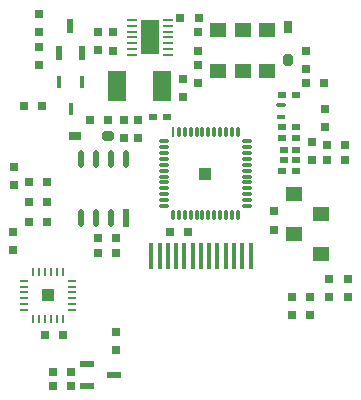
<source format=gbp>
G04*
G04 #@! TF.GenerationSoftware,Altium Limited,Altium Designer,19.0.4 (130)*
G04*
G04 Layer_Color=128*
%FSLAX25Y25*%
%MOIN*%
G70*
G01*
G75*
%ADD22R,0.01772X0.03937*%
%ADD23R,0.03150X0.03937*%
G04:AMPARAMS|DCode=24|XSize=39.37mil|YSize=31.5mil|CornerRadius=0mil|HoleSize=0mil|Usage=FLASHONLY|Rotation=90.000|XOffset=0mil|YOffset=0mil|HoleType=Round|Shape=Octagon|*
%AMOCTAGOND24*
4,1,8,0.00787,0.01968,-0.00787,0.01968,-0.01575,0.01181,-0.01575,-0.01181,-0.00787,-0.01968,0.00787,-0.01968,0.01575,-0.01181,0.01575,0.01181,0.00787,0.01968,0.0*
%
%ADD24OCTAGOND24*%

%ADD25R,0.03000X0.03000*%
%ADD32R,0.03000X0.03000*%
%ADD59R,0.06221X0.11221*%
%ADD60R,0.03228X0.01102*%
G04:AMPARAMS|DCode=61|XSize=39.37mil|YSize=31.5mil|CornerRadius=0mil|HoleSize=0mil|Usage=FLASHONLY|Rotation=0.000|XOffset=0mil|YOffset=0mil|HoleType=Round|Shape=Octagon|*
%AMOCTAGOND61*
4,1,8,0.01968,-0.00787,0.01968,0.00787,0.01181,0.01575,-0.01181,0.01575,-0.01968,0.00787,-0.01968,-0.00787,-0.01181,-0.01575,0.01181,-0.01575,0.01968,-0.00787,0.0*
%
%ADD61OCTAGOND61*%

%ADD62R,0.03937X0.03150*%
%ADD63R,0.01968X0.04724*%
%ADD64R,0.05906X0.09843*%
%ADD65R,0.05512X0.04724*%
%ADD66R,0.01968X0.05906*%
%ADD67O,0.01968X0.05906*%
%ADD68O,0.00984X0.03150*%
%ADD69O,0.03150X0.00984*%
%ADD70R,0.03150X0.00984*%
%ADD71R,0.03937X0.03937*%
%ADD72R,0.02600X0.02000*%
%ADD73R,0.03150X0.01575*%
G04:AMPARAMS|DCode=74|XSize=15.75mil|YSize=31.5mil|CornerRadius=0mil|HoleSize=0mil|Usage=FLASHONLY|Rotation=270.000|XOffset=0mil|YOffset=0mil|HoleType=Round|Shape=Octagon|*
%AMOCTAGOND74*
4,1,8,0.01575,0.00394,0.01575,-0.00394,0.01181,-0.00787,-0.01181,-0.00787,-0.01575,-0.00394,-0.01575,0.00394,-0.01181,0.00787,0.01181,0.00787,0.01575,0.00394,0.0*
%
%ADD74OCTAGOND74*%

%ADD75R,0.02953X0.02362*%
%ADD76R,0.01378X0.09055*%
%ADD77R,0.04724X0.01968*%
%ADD78R,0.03937X0.03937*%
%ADD79O,0.01102X0.03543*%
%ADD80R,0.01102X0.03543*%
%ADD81O,0.03543X0.01102*%
D22*
X-44900Y21571D02*
D03*
X-41160Y30500D02*
D03*
X-48640D02*
D03*
D23*
X27700Y48756D02*
D03*
D24*
Y37732D02*
D03*
D25*
X-63946Y-3906D02*
D03*
Y2213D02*
D03*
X-27200Y17959D02*
D03*
Y11841D02*
D03*
X-55474Y36128D02*
D03*
Y42246D02*
D03*
X-55445Y53200D02*
D03*
Y47082D02*
D03*
X35700Y4541D02*
D03*
Y10659D02*
D03*
X39800Y21659D02*
D03*
Y15541D02*
D03*
X-35728Y47146D02*
D03*
Y41028D02*
D03*
X-30828Y47126D02*
D03*
Y41008D02*
D03*
X-2323Y40941D02*
D03*
Y47059D02*
D03*
X-2300Y30041D02*
D03*
Y36159D02*
D03*
X33500Y41018D02*
D03*
Y34900D02*
D03*
X-22400Y11841D02*
D03*
Y17959D02*
D03*
X-64100Y-19441D02*
D03*
Y-25559D02*
D03*
X23000Y-12541D02*
D03*
Y-18659D02*
D03*
X-7300Y31559D02*
D03*
Y25441D02*
D03*
X-29900Y-58959D02*
D03*
Y-52841D02*
D03*
D32*
X39618Y30100D02*
D03*
X33500D02*
D03*
X-54441Y22600D02*
D03*
X-60559D02*
D03*
X-38459Y17800D02*
D03*
X-32341D02*
D03*
X28782Y-47000D02*
D03*
X34900D02*
D03*
X35000Y-41300D02*
D03*
X28882D02*
D03*
X47409Y-35289D02*
D03*
X41291D02*
D03*
Y-41194D02*
D03*
X47409D02*
D03*
X-58965Y-16149D02*
D03*
X-52846D02*
D03*
X46659Y4600D02*
D03*
X40541D02*
D03*
Y9400D02*
D03*
X46659D02*
D03*
X-8374Y51870D02*
D03*
X-2256D02*
D03*
X-35959Y-21600D02*
D03*
X-29841D02*
D03*
X-53559Y-53841D02*
D03*
X-47441D02*
D03*
X-29841Y-26400D02*
D03*
X-35959D02*
D03*
X-52846Y-9548D02*
D03*
X-58965D02*
D03*
X-52846Y-2946D02*
D03*
X-58965D02*
D03*
X-5841Y-19500D02*
D03*
X-11959D02*
D03*
X-50959Y-70800D02*
D03*
X-44841D02*
D03*
Y-66000D02*
D03*
X-50959D02*
D03*
D59*
X-18504Y45374D02*
D03*
D60*
X-24449Y51280D02*
D03*
Y49311D02*
D03*
Y47343D02*
D03*
Y45374D02*
D03*
Y43406D02*
D03*
Y41437D02*
D03*
Y39468D02*
D03*
X-12559D02*
D03*
Y41437D02*
D03*
Y43405D02*
D03*
Y45374D02*
D03*
Y47343D02*
D03*
Y49311D02*
D03*
Y51280D02*
D03*
D61*
X-32488Y12400D02*
D03*
D62*
X-43512D02*
D03*
D63*
X-45000Y49300D02*
D03*
X-48740Y40300D02*
D03*
X-41260D02*
D03*
D64*
X-14447Y29035D02*
D03*
X-29547D02*
D03*
D65*
X20600Y34307D02*
D03*
Y47693D02*
D03*
X12514D02*
D03*
Y34307D02*
D03*
X4200D02*
D03*
Y47693D02*
D03*
X38600Y-13507D02*
D03*
Y-26893D02*
D03*
X29400Y-6907D02*
D03*
Y-20293D02*
D03*
D66*
X-26500Y-14783D02*
D03*
D67*
X-31500D02*
D03*
X-36500D02*
D03*
X-41500D02*
D03*
X-26500Y4902D02*
D03*
X-31500D02*
D03*
X-36500D02*
D03*
X-41500D02*
D03*
D68*
X-57421Y-32726D02*
D03*
X-55453D02*
D03*
X-53484D02*
D03*
X-51516D02*
D03*
X-49547D02*
D03*
X-47579D02*
D03*
Y-48474D02*
D03*
X-49547D02*
D03*
X-51516D02*
D03*
X-53484D02*
D03*
X-55453D02*
D03*
X-57421D02*
D03*
D69*
X-60374Y-45521D02*
D03*
Y-43553D02*
D03*
Y-41584D02*
D03*
Y-39616D02*
D03*
Y-37647D02*
D03*
Y-35679D02*
D03*
X-44626Y-37647D02*
D03*
Y-39616D02*
D03*
Y-41584D02*
D03*
Y-43553D02*
D03*
Y-45521D02*
D03*
D70*
Y-35679D02*
D03*
D71*
X-52500Y-40600D02*
D03*
D72*
X-17600Y18700D02*
D03*
X-12800D02*
D03*
X30193Y800D02*
D03*
X25393D02*
D03*
X30193Y11900D02*
D03*
X25393D02*
D03*
X30200Y15500D02*
D03*
X25400D02*
D03*
X30200Y26300D02*
D03*
X25400D02*
D03*
D73*
X25200Y18932D02*
D03*
D74*
Y22869D02*
D03*
D75*
X26120Y4550D02*
D03*
X30254D02*
D03*
Y7700D02*
D03*
X26120D02*
D03*
D76*
X-12503Y-27400D02*
D03*
X-15259D02*
D03*
X-9747D02*
D03*
X-6991D02*
D03*
X-4235D02*
D03*
X-1480D02*
D03*
X1276D02*
D03*
X9544D02*
D03*
X6788D02*
D03*
X15056D02*
D03*
X-18015D02*
D03*
X4032D02*
D03*
X12300D02*
D03*
D77*
X-39300Y-70940D02*
D03*
Y-63460D02*
D03*
X-30300Y-67200D02*
D03*
D78*
X0Y0D02*
D03*
D79*
X10827Y13780D02*
D03*
X8858D02*
D03*
X6890D02*
D03*
X4921D02*
D03*
X2953D02*
D03*
X984D02*
D03*
X-984D02*
D03*
X-2953D02*
D03*
X-4921D02*
D03*
X-6890D02*
D03*
X-8858D02*
D03*
X-10827Y-13780D02*
D03*
X-8858D02*
D03*
X-6890D02*
D03*
X-4921D02*
D03*
X-2953D02*
D03*
X-984D02*
D03*
X984D02*
D03*
X2953D02*
D03*
X4921D02*
D03*
X6890D02*
D03*
X8858D02*
D03*
X10827D02*
D03*
D80*
X-10827Y13780D02*
D03*
D81*
X13780Y-10827D02*
D03*
Y-8858D02*
D03*
Y-6890D02*
D03*
Y-4921D02*
D03*
Y-2953D02*
D03*
Y-984D02*
D03*
Y984D02*
D03*
Y2953D02*
D03*
Y4921D02*
D03*
Y6890D02*
D03*
Y8858D02*
D03*
Y10827D02*
D03*
X-13780D02*
D03*
Y8858D02*
D03*
Y6890D02*
D03*
Y4921D02*
D03*
Y2953D02*
D03*
Y984D02*
D03*
Y-984D02*
D03*
Y-2953D02*
D03*
Y-4921D02*
D03*
Y-6890D02*
D03*
Y-8858D02*
D03*
Y-10827D02*
D03*
M02*

</source>
